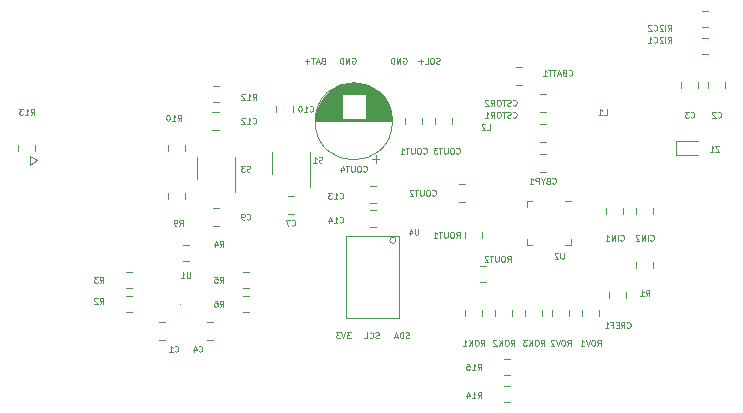
<source format=gbo>
G04 #@! TF.GenerationSoftware,KiCad,Pcbnew,(5.1.6)-1*
G04 #@! TF.CreationDate,2021-05-31T10:21:52+02:00*
G04 #@! TF.ProjectId,Power_module_v1,506f7765-725f-46d6-9f64-756c655f7631,rev?*
G04 #@! TF.SameCoordinates,Original*
G04 #@! TF.FileFunction,Legend,Bot*
G04 #@! TF.FilePolarity,Positive*
%FSLAX46Y46*%
G04 Gerber Fmt 4.6, Leading zero omitted, Abs format (unit mm)*
G04 Created by KiCad (PCBNEW (5.1.6)-1) date 2021-05-31 10:21:52*
%MOMM*%
%LPD*%
G01*
G04 APERTURE LIST*
%ADD10C,0.125000*%
%ADD11C,0.120000*%
G04 APERTURE END LIST*
D10*
X128170666Y-76148380D02*
X128099238Y-76172190D01*
X127980190Y-76172190D01*
X127932571Y-76148380D01*
X127908761Y-76124571D01*
X127884952Y-76076952D01*
X127884952Y-76029333D01*
X127908761Y-75981714D01*
X127932571Y-75957904D01*
X127980190Y-75934095D01*
X128075428Y-75910285D01*
X128123047Y-75886476D01*
X128146857Y-75862666D01*
X128170666Y-75815047D01*
X128170666Y-75767428D01*
X128146857Y-75719809D01*
X128123047Y-75696000D01*
X128075428Y-75672190D01*
X127956380Y-75672190D01*
X127884952Y-75696000D01*
X127575428Y-75672190D02*
X127480190Y-75672190D01*
X127432571Y-75696000D01*
X127384952Y-75743619D01*
X127361142Y-75838857D01*
X127361142Y-76005523D01*
X127384952Y-76100761D01*
X127432571Y-76148380D01*
X127480190Y-76172190D01*
X127575428Y-76172190D01*
X127623047Y-76148380D01*
X127670666Y-76100761D01*
X127694476Y-76005523D01*
X127694476Y-75838857D01*
X127670666Y-75743619D01*
X127623047Y-75696000D01*
X127575428Y-75672190D01*
X126908761Y-76172190D02*
X127146857Y-76172190D01*
X127146857Y-75672190D01*
X126742095Y-75981714D02*
X126361142Y-75981714D01*
X126551619Y-76172190D02*
X126551619Y-75791238D01*
X120776952Y-75696000D02*
X120824571Y-75672190D01*
X120896000Y-75672190D01*
X120967428Y-75696000D01*
X121015047Y-75743619D01*
X121038857Y-75791238D01*
X121062666Y-75886476D01*
X121062666Y-75957904D01*
X121038857Y-76053142D01*
X121015047Y-76100761D01*
X120967428Y-76148380D01*
X120896000Y-76172190D01*
X120848380Y-76172190D01*
X120776952Y-76148380D01*
X120753142Y-76124571D01*
X120753142Y-75957904D01*
X120848380Y-75957904D01*
X120538857Y-76172190D02*
X120538857Y-75672190D01*
X120253142Y-76172190D01*
X120253142Y-75672190D01*
X120015047Y-76172190D02*
X120015047Y-75672190D01*
X119896000Y-75672190D01*
X119824571Y-75696000D01*
X119776952Y-75743619D01*
X119753142Y-75791238D01*
X119729333Y-75886476D01*
X119729333Y-75957904D01*
X119753142Y-76053142D01*
X119776952Y-76100761D01*
X119824571Y-76148380D01*
X119896000Y-76172190D01*
X120015047Y-76172190D01*
X125094952Y-75696000D02*
X125142571Y-75672190D01*
X125214000Y-75672190D01*
X125285428Y-75696000D01*
X125333047Y-75743619D01*
X125356857Y-75791238D01*
X125380666Y-75886476D01*
X125380666Y-75957904D01*
X125356857Y-76053142D01*
X125333047Y-76100761D01*
X125285428Y-76148380D01*
X125214000Y-76172190D01*
X125166380Y-76172190D01*
X125094952Y-76148380D01*
X125071142Y-76124571D01*
X125071142Y-75957904D01*
X125166380Y-75957904D01*
X124856857Y-76172190D02*
X124856857Y-75672190D01*
X124571142Y-76172190D01*
X124571142Y-75672190D01*
X124333047Y-76172190D02*
X124333047Y-75672190D01*
X124214000Y-75672190D01*
X124142571Y-75696000D01*
X124094952Y-75743619D01*
X124071142Y-75791238D01*
X124047333Y-75886476D01*
X124047333Y-75957904D01*
X124071142Y-76053142D01*
X124094952Y-76100761D01*
X124142571Y-76148380D01*
X124214000Y-76172190D01*
X124333047Y-76172190D01*
X118280571Y-75910285D02*
X118209142Y-75934095D01*
X118185333Y-75957904D01*
X118161523Y-76005523D01*
X118161523Y-76076952D01*
X118185333Y-76124571D01*
X118209142Y-76148380D01*
X118256761Y-76172190D01*
X118447238Y-76172190D01*
X118447238Y-75672190D01*
X118280571Y-75672190D01*
X118232952Y-75696000D01*
X118209142Y-75719809D01*
X118185333Y-75767428D01*
X118185333Y-75815047D01*
X118209142Y-75862666D01*
X118232952Y-75886476D01*
X118280571Y-75910285D01*
X118447238Y-75910285D01*
X117971047Y-76029333D02*
X117732952Y-76029333D01*
X118018666Y-76172190D02*
X117852000Y-75672190D01*
X117685333Y-76172190D01*
X117590095Y-75672190D02*
X117304380Y-75672190D01*
X117447238Y-76172190D02*
X117447238Y-75672190D01*
X117137714Y-75981714D02*
X116756761Y-75981714D01*
X116947238Y-76172190D02*
X116947238Y-75791238D01*
D11*
X93472000Y-84074000D02*
X93472000Y-83947000D01*
X93472000Y-84709000D02*
X93472000Y-84074000D01*
X94107000Y-84328000D02*
X93472000Y-84709000D01*
X93472000Y-83947000D02*
X94107000Y-84328000D01*
D10*
X125575142Y-99389380D02*
X125503714Y-99413190D01*
X125384666Y-99413190D01*
X125337047Y-99389380D01*
X125313238Y-99365571D01*
X125289428Y-99317952D01*
X125289428Y-99270333D01*
X125313238Y-99222714D01*
X125337047Y-99198904D01*
X125384666Y-99175095D01*
X125479904Y-99151285D01*
X125527523Y-99127476D01*
X125551333Y-99103666D01*
X125575142Y-99056047D01*
X125575142Y-99008428D01*
X125551333Y-98960809D01*
X125527523Y-98937000D01*
X125479904Y-98913190D01*
X125360857Y-98913190D01*
X125289428Y-98937000D01*
X125075142Y-99413190D02*
X125075142Y-98913190D01*
X124956095Y-98913190D01*
X124884666Y-98937000D01*
X124837047Y-98984619D01*
X124813238Y-99032238D01*
X124789428Y-99127476D01*
X124789428Y-99198904D01*
X124813238Y-99294142D01*
X124837047Y-99341761D01*
X124884666Y-99389380D01*
X124956095Y-99413190D01*
X125075142Y-99413190D01*
X124598952Y-99270333D02*
X124360857Y-99270333D01*
X124646571Y-99413190D02*
X124479904Y-98913190D01*
X124313238Y-99413190D01*
X123023238Y-99389380D02*
X122951809Y-99413190D01*
X122832761Y-99413190D01*
X122785142Y-99389380D01*
X122761333Y-99365571D01*
X122737523Y-99317952D01*
X122737523Y-99270333D01*
X122761333Y-99222714D01*
X122785142Y-99198904D01*
X122832761Y-99175095D01*
X122928000Y-99151285D01*
X122975619Y-99127476D01*
X122999428Y-99103666D01*
X123023238Y-99056047D01*
X123023238Y-99008428D01*
X122999428Y-98960809D01*
X122975619Y-98937000D01*
X122928000Y-98913190D01*
X122808952Y-98913190D01*
X122737523Y-98937000D01*
X122237523Y-99365571D02*
X122261333Y-99389380D01*
X122332761Y-99413190D01*
X122380380Y-99413190D01*
X122451809Y-99389380D01*
X122499428Y-99341761D01*
X122523238Y-99294142D01*
X122547047Y-99198904D01*
X122547047Y-99127476D01*
X122523238Y-99032238D01*
X122499428Y-98984619D01*
X122451809Y-98937000D01*
X122380380Y-98913190D01*
X122332761Y-98913190D01*
X122261333Y-98937000D01*
X122237523Y-98960809D01*
X121785142Y-99413190D02*
X122023238Y-99413190D01*
X122023238Y-98913190D01*
X120634047Y-98913190D02*
X120324523Y-98913190D01*
X120491190Y-99103666D01*
X120419761Y-99103666D01*
X120372142Y-99127476D01*
X120348333Y-99151285D01*
X120324523Y-99198904D01*
X120324523Y-99317952D01*
X120348333Y-99365571D01*
X120372142Y-99389380D01*
X120419761Y-99413190D01*
X120562619Y-99413190D01*
X120610238Y-99389380D01*
X120634047Y-99365571D01*
X120181666Y-98913190D02*
X120015000Y-99413190D01*
X119848333Y-98913190D01*
X119729285Y-98913190D02*
X119419761Y-98913190D01*
X119586428Y-99103666D01*
X119515000Y-99103666D01*
X119467380Y-99127476D01*
X119443571Y-99151285D01*
X119419761Y-99198904D01*
X119419761Y-99317952D01*
X119443571Y-99365571D01*
X119467380Y-99389380D01*
X119515000Y-99413190D01*
X119657857Y-99413190D01*
X119705476Y-99389380D01*
X119729285Y-99365571D01*
D11*
X124460000Y-91126000D02*
G75*
G03*
X124460000Y-91126000I-254000J0D01*
G01*
X124714000Y-97730000D02*
X124714000Y-90745000D01*
X120269000Y-97730000D02*
X124714000Y-97730000D01*
X120269000Y-90745000D02*
X120269000Y-97730000D01*
X124714000Y-90745000D02*
X120269000Y-90745000D01*
X150062000Y-77716748D02*
X150062000Y-78239252D01*
X148642000Y-77716748D02*
X148642000Y-78239252D01*
X152348000Y-77716748D02*
X152348000Y-78239252D01*
X150928000Y-77716748D02*
X150928000Y-78239252D01*
X150883252Y-73100000D02*
X150360748Y-73100000D01*
X150883252Y-71680000D02*
X150360748Y-71680000D01*
X150883252Y-75386000D02*
X150360748Y-75386000D01*
X150883252Y-73966000D02*
X150360748Y-73966000D01*
X150052000Y-82712000D02*
X148202000Y-82712000D01*
X150052000Y-83912000D02*
X148202000Y-83912000D01*
X148202000Y-83912000D02*
X148202000Y-82712000D01*
X106427748Y-91492000D02*
X106950252Y-91492000D01*
X106427748Y-92912000D02*
X106950252Y-92912000D01*
X111507748Y-93778000D02*
X112030252Y-93778000D01*
X111507748Y-95198000D02*
X112030252Y-95198000D01*
X137167252Y-81307000D02*
X136644748Y-81307000D01*
X137167252Y-82777000D02*
X136644748Y-82777000D01*
X142521000Y-95518248D02*
X142521000Y-96040752D01*
X143991000Y-95518248D02*
X143991000Y-96040752D01*
X126719000Y-81287252D02*
X126719000Y-80764748D01*
X125249000Y-81287252D02*
X125249000Y-80764748D01*
X142267000Y-88384748D02*
X142267000Y-88907252D01*
X143737000Y-88384748D02*
X143737000Y-88907252D01*
X137167252Y-83847000D02*
X136644748Y-83847000D01*
X137167252Y-85317000D02*
X136644748Y-85317000D01*
X122284748Y-90016000D02*
X122807252Y-90016000D01*
X122284748Y-88546000D02*
X122807252Y-88546000D01*
X122293748Y-87984000D02*
X122816252Y-87984000D01*
X122293748Y-86514000D02*
X122816252Y-86514000D01*
X108937248Y-81761000D02*
X109459752Y-81761000D01*
X108937248Y-80291000D02*
X109459752Y-80291000D01*
X115797000Y-80271252D02*
X115797000Y-79748748D01*
X114327000Y-80271252D02*
X114327000Y-79748748D01*
X109481252Y-88419000D02*
X108958748Y-88419000D01*
X109481252Y-89889000D02*
X108958748Y-89889000D01*
X115831252Y-87403000D02*
X115308748Y-87403000D01*
X115831252Y-88873000D02*
X115308748Y-88873000D01*
X108973252Y-98071000D02*
X108450748Y-98071000D01*
X108973252Y-99541000D02*
X108450748Y-99541000D01*
X104386748Y-99541000D02*
X104909252Y-99541000D01*
X104386748Y-98071000D02*
X104909252Y-98071000D01*
X129786748Y-86387000D02*
X130309252Y-86387000D01*
X129786748Y-87857000D02*
X130309252Y-87857000D01*
X146277000Y-88384748D02*
X146277000Y-88907252D01*
X144807000Y-88384748D02*
X144807000Y-88907252D01*
X137167252Y-78767000D02*
X136644748Y-78767000D01*
X137167252Y-80237000D02*
X136644748Y-80237000D01*
X134612748Y-77951000D02*
X135135252Y-77951000D01*
X134612748Y-76481000D02*
X135135252Y-76481000D01*
X129259000Y-81287252D02*
X129259000Y-80764748D01*
X127789000Y-81287252D02*
X127789000Y-80764748D01*
X106263223Y-96563080D02*
G75*
G03*
X106263223Y-96563080I-52363J0D01*
G01*
X146252000Y-92956748D02*
X146252000Y-93479252D01*
X144832000Y-92956748D02*
X144832000Y-93479252D01*
X102106252Y-95810000D02*
X101583748Y-95810000D01*
X102106252Y-97230000D02*
X101583748Y-97230000D01*
X102115252Y-95198000D02*
X101592748Y-95198000D01*
X102115252Y-93778000D02*
X101592748Y-93778000D01*
X111507748Y-95810000D02*
X112030252Y-95810000D01*
X111507748Y-97230000D02*
X112030252Y-97230000D01*
X106628000Y-87628252D02*
X106628000Y-87105748D01*
X105208000Y-87628252D02*
X105208000Y-87105748D01*
X105208000Y-83573252D02*
X105208000Y-83050748D01*
X106628000Y-83573252D02*
X106628000Y-83050748D01*
X92508000Y-83059748D02*
X92508000Y-83582252D01*
X93928000Y-83059748D02*
X93928000Y-83582252D01*
X134110252Y-103430000D02*
X133587748Y-103430000D01*
X134110252Y-104850000D02*
X133587748Y-104850000D01*
X134110252Y-102564000D02*
X133587748Y-102564000D01*
X134110252Y-101144000D02*
X133587748Y-101144000D01*
X136854000Y-97543252D02*
X136854000Y-97020748D01*
X135434000Y-97543252D02*
X135434000Y-97020748D01*
X132894000Y-97543252D02*
X132894000Y-97020748D01*
X134314000Y-97543252D02*
X134314000Y-97020748D01*
X130354000Y-97020748D02*
X130354000Y-97543252D01*
X131774000Y-97020748D02*
X131774000Y-97543252D01*
X132087252Y-94690000D02*
X131564748Y-94690000D01*
X132087252Y-93270000D02*
X131564748Y-93270000D01*
X131774000Y-90939252D02*
X131774000Y-90416748D01*
X130354000Y-90939252D02*
X130354000Y-90416748D01*
X139140000Y-97543252D02*
X139140000Y-97020748D01*
X137720000Y-97543252D02*
X137720000Y-97020748D01*
X141680000Y-97020748D02*
X141680000Y-97543252D01*
X140260000Y-97020748D02*
X140260000Y-97543252D01*
X107610000Y-85910000D02*
X107610000Y-84110000D01*
X110830000Y-84110000D02*
X110830000Y-87060000D01*
X136029000Y-87802000D02*
X135554000Y-87802000D01*
X135554000Y-87802000D02*
X135554000Y-88277000D01*
X138799000Y-91522000D02*
X139274000Y-91522000D01*
X139274000Y-91522000D02*
X139274000Y-91047000D01*
X136029000Y-91522000D02*
X135554000Y-91522000D01*
X135554000Y-91522000D02*
X135554000Y-91047000D01*
X138799000Y-87802000D02*
X139274000Y-87802000D01*
X123058000Y-84231241D02*
X122428000Y-84231241D01*
X122743000Y-84546241D02*
X122743000Y-83916241D01*
X121306000Y-77805000D02*
X120502000Y-77805000D01*
X121537000Y-77845000D02*
X120271000Y-77845000D01*
X121706000Y-77885000D02*
X120102000Y-77885000D01*
X121844000Y-77925000D02*
X119964000Y-77925000D01*
X121963000Y-77965000D02*
X119845000Y-77965000D01*
X122069000Y-78005000D02*
X119739000Y-78005000D01*
X122166000Y-78045000D02*
X119642000Y-78045000D01*
X122254000Y-78085000D02*
X119554000Y-78085000D01*
X122336000Y-78125000D02*
X119472000Y-78125000D01*
X122413000Y-78165000D02*
X119395000Y-78165000D01*
X122485000Y-78205000D02*
X119323000Y-78205000D01*
X122554000Y-78245000D02*
X119254000Y-78245000D01*
X122618000Y-78285000D02*
X119190000Y-78285000D01*
X122680000Y-78325000D02*
X119128000Y-78325000D01*
X122738000Y-78365000D02*
X119070000Y-78365000D01*
X122794000Y-78405000D02*
X119014000Y-78405000D01*
X122848000Y-78445000D02*
X118960000Y-78445000D01*
X122899000Y-78485000D02*
X118909000Y-78485000D01*
X122948000Y-78525000D02*
X118860000Y-78525000D01*
X122996000Y-78565000D02*
X118812000Y-78565000D01*
X123041000Y-78605000D02*
X118767000Y-78605000D01*
X123086000Y-78645000D02*
X118722000Y-78645000D01*
X123128000Y-78685000D02*
X118680000Y-78685000D01*
X123169000Y-78725000D02*
X118639000Y-78725000D01*
X119864000Y-78765000D02*
X118599000Y-78765000D01*
X123209000Y-78765000D02*
X121944000Y-78765000D01*
X119864000Y-78805000D02*
X118561000Y-78805000D01*
X123247000Y-78805000D02*
X121944000Y-78805000D01*
X119864000Y-78845000D02*
X118524000Y-78845000D01*
X123284000Y-78845000D02*
X121944000Y-78845000D01*
X119864000Y-78885000D02*
X118488000Y-78885000D01*
X123320000Y-78885000D02*
X121944000Y-78885000D01*
X119864000Y-78925000D02*
X118454000Y-78925000D01*
X123354000Y-78925000D02*
X121944000Y-78925000D01*
X119864000Y-78965000D02*
X118420000Y-78965000D01*
X123388000Y-78965000D02*
X121944000Y-78965000D01*
X119864000Y-79005000D02*
X118388000Y-79005000D01*
X123420000Y-79005000D02*
X121944000Y-79005000D01*
X119864000Y-79045000D02*
X118356000Y-79045000D01*
X123452000Y-79045000D02*
X121944000Y-79045000D01*
X119864000Y-79085000D02*
X118326000Y-79085000D01*
X123482000Y-79085000D02*
X121944000Y-79085000D01*
X119864000Y-79125000D02*
X118297000Y-79125000D01*
X123511000Y-79125000D02*
X121944000Y-79125000D01*
X119864000Y-79165000D02*
X118268000Y-79165000D01*
X123540000Y-79165000D02*
X121944000Y-79165000D01*
X119864000Y-79205000D02*
X118240000Y-79205000D01*
X123568000Y-79205000D02*
X121944000Y-79205000D01*
X119864000Y-79245000D02*
X118214000Y-79245000D01*
X123594000Y-79245000D02*
X121944000Y-79245000D01*
X119864000Y-79285000D02*
X118188000Y-79285000D01*
X123620000Y-79285000D02*
X121944000Y-79285000D01*
X119864000Y-79325000D02*
X118162000Y-79325000D01*
X123646000Y-79325000D02*
X121944000Y-79325000D01*
X119864000Y-79365000D02*
X118138000Y-79365000D01*
X123670000Y-79365000D02*
X121944000Y-79365000D01*
X119864000Y-79405000D02*
X118114000Y-79405000D01*
X123694000Y-79405000D02*
X121944000Y-79405000D01*
X119864000Y-79445000D02*
X118092000Y-79445000D01*
X123716000Y-79445000D02*
X121944000Y-79445000D01*
X119864000Y-79485000D02*
X118070000Y-79485000D01*
X123738000Y-79485000D02*
X121944000Y-79485000D01*
X119864000Y-79525000D02*
X118048000Y-79525000D01*
X123760000Y-79525000D02*
X121944000Y-79525000D01*
X119864000Y-79565000D02*
X118028000Y-79565000D01*
X123780000Y-79565000D02*
X121944000Y-79565000D01*
X119864000Y-79605000D02*
X118008000Y-79605000D01*
X123800000Y-79605000D02*
X121944000Y-79605000D01*
X119864000Y-79645000D02*
X117988000Y-79645000D01*
X123820000Y-79645000D02*
X121944000Y-79645000D01*
X119864000Y-79685000D02*
X117970000Y-79685000D01*
X123838000Y-79685000D02*
X121944000Y-79685000D01*
X119864000Y-79725000D02*
X117952000Y-79725000D01*
X123856000Y-79725000D02*
X121944000Y-79725000D01*
X119864000Y-79765000D02*
X117934000Y-79765000D01*
X123874000Y-79765000D02*
X121944000Y-79765000D01*
X119864000Y-79805000D02*
X117918000Y-79805000D01*
X123890000Y-79805000D02*
X121944000Y-79805000D01*
X119864000Y-79845000D02*
X117902000Y-79845000D01*
X123906000Y-79845000D02*
X121944000Y-79845000D01*
X119864000Y-79885000D02*
X117886000Y-79885000D01*
X123922000Y-79885000D02*
X121944000Y-79885000D01*
X119864000Y-79925000D02*
X117871000Y-79925000D01*
X123937000Y-79925000D02*
X121944000Y-79925000D01*
X119864000Y-79965000D02*
X117857000Y-79965000D01*
X123951000Y-79965000D02*
X121944000Y-79965000D01*
X119864000Y-80005000D02*
X117843000Y-80005000D01*
X123965000Y-80005000D02*
X121944000Y-80005000D01*
X119864000Y-80045000D02*
X117830000Y-80045000D01*
X123978000Y-80045000D02*
X121944000Y-80045000D01*
X119864000Y-80085000D02*
X117818000Y-80085000D01*
X123990000Y-80085000D02*
X121944000Y-80085000D01*
X119864000Y-80125000D02*
X117806000Y-80125000D01*
X124002000Y-80125000D02*
X121944000Y-80125000D01*
X119864000Y-80165000D02*
X117794000Y-80165000D01*
X124014000Y-80165000D02*
X121944000Y-80165000D01*
X119864000Y-80205000D02*
X117783000Y-80205000D01*
X124025000Y-80205000D02*
X121944000Y-80205000D01*
X119864000Y-80245000D02*
X117773000Y-80245000D01*
X124035000Y-80245000D02*
X121944000Y-80245000D01*
X119864000Y-80285000D02*
X117763000Y-80285000D01*
X124045000Y-80285000D02*
X121944000Y-80285000D01*
X119864000Y-80325000D02*
X117754000Y-80325000D01*
X124054000Y-80325000D02*
X121944000Y-80325000D01*
X119864000Y-80366000D02*
X117745000Y-80366000D01*
X124063000Y-80366000D02*
X121944000Y-80366000D01*
X119864000Y-80406000D02*
X117737000Y-80406000D01*
X124071000Y-80406000D02*
X121944000Y-80406000D01*
X119864000Y-80446000D02*
X117729000Y-80446000D01*
X124079000Y-80446000D02*
X121944000Y-80446000D01*
X119864000Y-80486000D02*
X117722000Y-80486000D01*
X124086000Y-80486000D02*
X121944000Y-80486000D01*
X119864000Y-80526000D02*
X117715000Y-80526000D01*
X124093000Y-80526000D02*
X121944000Y-80526000D01*
X119864000Y-80566000D02*
X117709000Y-80566000D01*
X124099000Y-80566000D02*
X121944000Y-80566000D01*
X119864000Y-80606000D02*
X117703000Y-80606000D01*
X124105000Y-80606000D02*
X121944000Y-80606000D01*
X119864000Y-80646000D02*
X117698000Y-80646000D01*
X124110000Y-80646000D02*
X121944000Y-80646000D01*
X119864000Y-80686000D02*
X117693000Y-80686000D01*
X124115000Y-80686000D02*
X121944000Y-80686000D01*
X119864000Y-80726000D02*
X117689000Y-80726000D01*
X124119000Y-80726000D02*
X121944000Y-80726000D01*
X119864000Y-80766000D02*
X117686000Y-80766000D01*
X124122000Y-80766000D02*
X121944000Y-80766000D01*
X119864000Y-80806000D02*
X117682000Y-80806000D01*
X124126000Y-80806000D02*
X121944000Y-80806000D01*
X124128000Y-80846000D02*
X117680000Y-80846000D01*
X124131000Y-80886000D02*
X117677000Y-80886000D01*
X124132000Y-80926000D02*
X117676000Y-80926000D01*
X124134000Y-80966000D02*
X117674000Y-80966000D01*
X124134000Y-81006000D02*
X117674000Y-81006000D01*
X124134000Y-81046000D02*
X117674000Y-81046000D01*
X124174000Y-81046000D02*
G75*
G03*
X124174000Y-81046000I-3270000J0D01*
G01*
X109472252Y-79450000D02*
X108949748Y-79450000D01*
X109472252Y-78030000D02*
X108949748Y-78030000D01*
X117180000Y-83682000D02*
X117180000Y-86632000D01*
X113960000Y-85482000D02*
X113960000Y-83682000D01*
D10*
X126364952Y-90150190D02*
X126364952Y-90554952D01*
X126341142Y-90602571D01*
X126317333Y-90626380D01*
X126269714Y-90650190D01*
X126174476Y-90650190D01*
X126126857Y-90626380D01*
X126103047Y-90602571D01*
X126079238Y-90554952D01*
X126079238Y-90150190D01*
X125626857Y-90316857D02*
X125626857Y-90650190D01*
X125745904Y-90126380D02*
X125864952Y-90483523D01*
X125555428Y-90483523D01*
X149435333Y-80696571D02*
X149459142Y-80720380D01*
X149530571Y-80744190D01*
X149578190Y-80744190D01*
X149649619Y-80720380D01*
X149697238Y-80672761D01*
X149721047Y-80625142D01*
X149744857Y-80529904D01*
X149744857Y-80458476D01*
X149721047Y-80363238D01*
X149697238Y-80315619D01*
X149649619Y-80268000D01*
X149578190Y-80244190D01*
X149530571Y-80244190D01*
X149459142Y-80268000D01*
X149435333Y-80291809D01*
X149268666Y-80244190D02*
X148959142Y-80244190D01*
X149125809Y-80434666D01*
X149054380Y-80434666D01*
X149006761Y-80458476D01*
X148982952Y-80482285D01*
X148959142Y-80529904D01*
X148959142Y-80648952D01*
X148982952Y-80696571D01*
X149006761Y-80720380D01*
X149054380Y-80744190D01*
X149197238Y-80744190D01*
X149244857Y-80720380D01*
X149268666Y-80696571D01*
X151721333Y-80696571D02*
X151745142Y-80720380D01*
X151816571Y-80744190D01*
X151864190Y-80744190D01*
X151935619Y-80720380D01*
X151983238Y-80672761D01*
X152007047Y-80625142D01*
X152030857Y-80529904D01*
X152030857Y-80458476D01*
X152007047Y-80363238D01*
X151983238Y-80315619D01*
X151935619Y-80268000D01*
X151864190Y-80244190D01*
X151816571Y-80244190D01*
X151745142Y-80268000D01*
X151721333Y-80291809D01*
X151530857Y-80291809D02*
X151507047Y-80268000D01*
X151459428Y-80244190D01*
X151340380Y-80244190D01*
X151292761Y-80268000D01*
X151268952Y-80291809D01*
X151245142Y-80339428D01*
X151245142Y-80387047D01*
X151268952Y-80458476D01*
X151554666Y-80744190D01*
X151245142Y-80744190D01*
X147502476Y-73378190D02*
X147669142Y-73140095D01*
X147788190Y-73378190D02*
X147788190Y-72878190D01*
X147597714Y-72878190D01*
X147550095Y-72902000D01*
X147526285Y-72925809D01*
X147502476Y-72973428D01*
X147502476Y-73044857D01*
X147526285Y-73092476D01*
X147550095Y-73116285D01*
X147597714Y-73140095D01*
X147788190Y-73140095D01*
X147288190Y-73378190D02*
X147288190Y-72878190D01*
X147073904Y-72925809D02*
X147050095Y-72902000D01*
X147002476Y-72878190D01*
X146883428Y-72878190D01*
X146835809Y-72902000D01*
X146812000Y-72925809D01*
X146788190Y-72973428D01*
X146788190Y-73021047D01*
X146812000Y-73092476D01*
X147097714Y-73378190D01*
X146788190Y-73378190D01*
X146288190Y-73330571D02*
X146312000Y-73354380D01*
X146383428Y-73378190D01*
X146431047Y-73378190D01*
X146502476Y-73354380D01*
X146550095Y-73306761D01*
X146573904Y-73259142D01*
X146597714Y-73163904D01*
X146597714Y-73092476D01*
X146573904Y-72997238D01*
X146550095Y-72949619D01*
X146502476Y-72902000D01*
X146431047Y-72878190D01*
X146383428Y-72878190D01*
X146312000Y-72902000D01*
X146288190Y-72925809D01*
X146097714Y-72925809D02*
X146073904Y-72902000D01*
X146026285Y-72878190D01*
X145907238Y-72878190D01*
X145859619Y-72902000D01*
X145835809Y-72925809D01*
X145812000Y-72973428D01*
X145812000Y-73021047D01*
X145835809Y-73092476D01*
X146121523Y-73378190D01*
X145812000Y-73378190D01*
X147502476Y-74394190D02*
X147669142Y-74156095D01*
X147788190Y-74394190D02*
X147788190Y-73894190D01*
X147597714Y-73894190D01*
X147550095Y-73918000D01*
X147526285Y-73941809D01*
X147502476Y-73989428D01*
X147502476Y-74060857D01*
X147526285Y-74108476D01*
X147550095Y-74132285D01*
X147597714Y-74156095D01*
X147788190Y-74156095D01*
X147288190Y-74394190D02*
X147288190Y-73894190D01*
X147073904Y-73941809D02*
X147050095Y-73918000D01*
X147002476Y-73894190D01*
X146883428Y-73894190D01*
X146835809Y-73918000D01*
X146812000Y-73941809D01*
X146788190Y-73989428D01*
X146788190Y-74037047D01*
X146812000Y-74108476D01*
X147097714Y-74394190D01*
X146788190Y-74394190D01*
X146288190Y-74346571D02*
X146312000Y-74370380D01*
X146383428Y-74394190D01*
X146431047Y-74394190D01*
X146502476Y-74370380D01*
X146550095Y-74322761D01*
X146573904Y-74275142D01*
X146597714Y-74179904D01*
X146597714Y-74108476D01*
X146573904Y-74013238D01*
X146550095Y-73965619D01*
X146502476Y-73918000D01*
X146431047Y-73894190D01*
X146383428Y-73894190D01*
X146312000Y-73918000D01*
X146288190Y-73941809D01*
X145812000Y-74394190D02*
X146097714Y-74394190D01*
X145954857Y-74394190D02*
X145954857Y-73894190D01*
X146002476Y-73965619D01*
X146050095Y-74013238D01*
X146097714Y-74037047D01*
X151856761Y-83138190D02*
X151523428Y-83138190D01*
X151856761Y-83638190D01*
X151523428Y-83638190D01*
X151071047Y-83638190D02*
X151356761Y-83638190D01*
X151213904Y-83638190D02*
X151213904Y-83138190D01*
X151261523Y-83209619D01*
X151309142Y-83257238D01*
X151356761Y-83281047D01*
X109557333Y-91666190D02*
X109724000Y-91428095D01*
X109843047Y-91666190D02*
X109843047Y-91166190D01*
X109652571Y-91166190D01*
X109604952Y-91190000D01*
X109581142Y-91213809D01*
X109557333Y-91261428D01*
X109557333Y-91332857D01*
X109581142Y-91380476D01*
X109604952Y-91404285D01*
X109652571Y-91428095D01*
X109843047Y-91428095D01*
X109128761Y-91332857D02*
X109128761Y-91666190D01*
X109247809Y-91142380D02*
X109366857Y-91499523D01*
X109057333Y-91499523D01*
X109557333Y-94714190D02*
X109724000Y-94476095D01*
X109843047Y-94714190D02*
X109843047Y-94214190D01*
X109652571Y-94214190D01*
X109604952Y-94238000D01*
X109581142Y-94261809D01*
X109557333Y-94309428D01*
X109557333Y-94380857D01*
X109581142Y-94428476D01*
X109604952Y-94452285D01*
X109652571Y-94476095D01*
X109843047Y-94476095D01*
X109104952Y-94214190D02*
X109343047Y-94214190D01*
X109366857Y-94452285D01*
X109343047Y-94428476D01*
X109295428Y-94404666D01*
X109176380Y-94404666D01*
X109128761Y-94428476D01*
X109104952Y-94452285D01*
X109081142Y-94499904D01*
X109081142Y-94618952D01*
X109104952Y-94666571D01*
X109128761Y-94690380D01*
X109176380Y-94714190D01*
X109295428Y-94714190D01*
X109343047Y-94690380D01*
X109366857Y-94666571D01*
X134373809Y-80696571D02*
X134397619Y-80720380D01*
X134469047Y-80744190D01*
X134516666Y-80744190D01*
X134588095Y-80720380D01*
X134635714Y-80672761D01*
X134659523Y-80625142D01*
X134683333Y-80529904D01*
X134683333Y-80458476D01*
X134659523Y-80363238D01*
X134635714Y-80315619D01*
X134588095Y-80268000D01*
X134516666Y-80244190D01*
X134469047Y-80244190D01*
X134397619Y-80268000D01*
X134373809Y-80291809D01*
X134183333Y-80720380D02*
X134111904Y-80744190D01*
X133992857Y-80744190D01*
X133945238Y-80720380D01*
X133921428Y-80696571D01*
X133897619Y-80648952D01*
X133897619Y-80601333D01*
X133921428Y-80553714D01*
X133945238Y-80529904D01*
X133992857Y-80506095D01*
X134088095Y-80482285D01*
X134135714Y-80458476D01*
X134159523Y-80434666D01*
X134183333Y-80387047D01*
X134183333Y-80339428D01*
X134159523Y-80291809D01*
X134135714Y-80268000D01*
X134088095Y-80244190D01*
X133969047Y-80244190D01*
X133897619Y-80268000D01*
X133754761Y-80244190D02*
X133469047Y-80244190D01*
X133611904Y-80744190D02*
X133611904Y-80244190D01*
X133207142Y-80244190D02*
X133111904Y-80244190D01*
X133064285Y-80268000D01*
X133016666Y-80315619D01*
X132992857Y-80410857D01*
X132992857Y-80577523D01*
X133016666Y-80672761D01*
X133064285Y-80720380D01*
X133111904Y-80744190D01*
X133207142Y-80744190D01*
X133254761Y-80720380D01*
X133302380Y-80672761D01*
X133326190Y-80577523D01*
X133326190Y-80410857D01*
X133302380Y-80315619D01*
X133254761Y-80268000D01*
X133207142Y-80244190D01*
X132492857Y-80744190D02*
X132659523Y-80506095D01*
X132778571Y-80744190D02*
X132778571Y-80244190D01*
X132588095Y-80244190D01*
X132540476Y-80268000D01*
X132516666Y-80291809D01*
X132492857Y-80339428D01*
X132492857Y-80410857D01*
X132516666Y-80458476D01*
X132540476Y-80482285D01*
X132588095Y-80506095D01*
X132778571Y-80506095D01*
X132016666Y-80744190D02*
X132302380Y-80744190D01*
X132159523Y-80744190D02*
X132159523Y-80244190D01*
X132207142Y-80315619D01*
X132254761Y-80363238D01*
X132302380Y-80387047D01*
X144029809Y-98498071D02*
X144053619Y-98521880D01*
X144125047Y-98545690D01*
X144172666Y-98545690D01*
X144244095Y-98521880D01*
X144291714Y-98474261D01*
X144315523Y-98426642D01*
X144339333Y-98331404D01*
X144339333Y-98259976D01*
X144315523Y-98164738D01*
X144291714Y-98117119D01*
X144244095Y-98069500D01*
X144172666Y-98045690D01*
X144125047Y-98045690D01*
X144053619Y-98069500D01*
X144029809Y-98093309D01*
X143529809Y-98545690D02*
X143696476Y-98307595D01*
X143815523Y-98545690D02*
X143815523Y-98045690D01*
X143625047Y-98045690D01*
X143577428Y-98069500D01*
X143553619Y-98093309D01*
X143529809Y-98140928D01*
X143529809Y-98212357D01*
X143553619Y-98259976D01*
X143577428Y-98283785D01*
X143625047Y-98307595D01*
X143815523Y-98307595D01*
X143315523Y-98283785D02*
X143148857Y-98283785D01*
X143077428Y-98545690D02*
X143315523Y-98545690D01*
X143315523Y-98045690D01*
X143077428Y-98045690D01*
X142696476Y-98283785D02*
X142863142Y-98283785D01*
X142863142Y-98545690D02*
X142863142Y-98045690D01*
X142625047Y-98045690D01*
X142172666Y-98545690D02*
X142458380Y-98545690D01*
X142315523Y-98545690D02*
X142315523Y-98045690D01*
X142363142Y-98117119D01*
X142410761Y-98164738D01*
X142458380Y-98188547D01*
X126781619Y-83744571D02*
X126805428Y-83768380D01*
X126876857Y-83792190D01*
X126924476Y-83792190D01*
X126995904Y-83768380D01*
X127043523Y-83720761D01*
X127067333Y-83673142D01*
X127091142Y-83577904D01*
X127091142Y-83506476D01*
X127067333Y-83411238D01*
X127043523Y-83363619D01*
X126995904Y-83316000D01*
X126924476Y-83292190D01*
X126876857Y-83292190D01*
X126805428Y-83316000D01*
X126781619Y-83339809D01*
X126472095Y-83292190D02*
X126376857Y-83292190D01*
X126329238Y-83316000D01*
X126281619Y-83363619D01*
X126257809Y-83458857D01*
X126257809Y-83625523D01*
X126281619Y-83720761D01*
X126329238Y-83768380D01*
X126376857Y-83792190D01*
X126472095Y-83792190D01*
X126519714Y-83768380D01*
X126567333Y-83720761D01*
X126591142Y-83625523D01*
X126591142Y-83458857D01*
X126567333Y-83363619D01*
X126519714Y-83316000D01*
X126472095Y-83292190D01*
X126043523Y-83292190D02*
X126043523Y-83696952D01*
X126019714Y-83744571D01*
X125995904Y-83768380D01*
X125948285Y-83792190D01*
X125853047Y-83792190D01*
X125805428Y-83768380D01*
X125781619Y-83744571D01*
X125757809Y-83696952D01*
X125757809Y-83292190D01*
X125591142Y-83292190D02*
X125305428Y-83292190D01*
X125448285Y-83792190D02*
X125448285Y-83292190D01*
X124876857Y-83792190D02*
X125162571Y-83792190D01*
X125019714Y-83792190D02*
X125019714Y-83292190D01*
X125067333Y-83363619D01*
X125114952Y-83411238D01*
X125162571Y-83435047D01*
X143466285Y-91110571D02*
X143490095Y-91134380D01*
X143561523Y-91158190D01*
X143609142Y-91158190D01*
X143680571Y-91134380D01*
X143728190Y-91086761D01*
X143752000Y-91039142D01*
X143775809Y-90943904D01*
X143775809Y-90872476D01*
X143752000Y-90777238D01*
X143728190Y-90729619D01*
X143680571Y-90682000D01*
X143609142Y-90658190D01*
X143561523Y-90658190D01*
X143490095Y-90682000D01*
X143466285Y-90705809D01*
X143252000Y-91158190D02*
X143252000Y-90658190D01*
X143013904Y-91158190D02*
X143013904Y-90658190D01*
X142728190Y-91158190D01*
X142728190Y-90658190D01*
X142228190Y-91158190D02*
X142513904Y-91158190D01*
X142371047Y-91158190D02*
X142371047Y-90658190D01*
X142418666Y-90729619D01*
X142466285Y-90777238D01*
X142513904Y-90801047D01*
X137703619Y-86284571D02*
X137727428Y-86308380D01*
X137798857Y-86332190D01*
X137846476Y-86332190D01*
X137917904Y-86308380D01*
X137965523Y-86260761D01*
X137989333Y-86213142D01*
X138013142Y-86117904D01*
X138013142Y-86046476D01*
X137989333Y-85951238D01*
X137965523Y-85903619D01*
X137917904Y-85856000D01*
X137846476Y-85832190D01*
X137798857Y-85832190D01*
X137727428Y-85856000D01*
X137703619Y-85879809D01*
X137322666Y-86070285D02*
X137251238Y-86094095D01*
X137227428Y-86117904D01*
X137203619Y-86165523D01*
X137203619Y-86236952D01*
X137227428Y-86284571D01*
X137251238Y-86308380D01*
X137298857Y-86332190D01*
X137489333Y-86332190D01*
X137489333Y-85832190D01*
X137322666Y-85832190D01*
X137275047Y-85856000D01*
X137251238Y-85879809D01*
X137227428Y-85927428D01*
X137227428Y-85975047D01*
X137251238Y-86022666D01*
X137275047Y-86046476D01*
X137322666Y-86070285D01*
X137489333Y-86070285D01*
X136894095Y-86094095D02*
X136894095Y-86332190D01*
X137060761Y-85832190D02*
X136894095Y-86094095D01*
X136727428Y-85832190D01*
X136560761Y-86332190D02*
X136560761Y-85832190D01*
X136370285Y-85832190D01*
X136322666Y-85856000D01*
X136298857Y-85879809D01*
X136275047Y-85927428D01*
X136275047Y-85998857D01*
X136298857Y-86046476D01*
X136322666Y-86070285D01*
X136370285Y-86094095D01*
X136560761Y-86094095D01*
X135798857Y-86332190D02*
X136084571Y-86332190D01*
X135941714Y-86332190D02*
X135941714Y-85832190D01*
X135989333Y-85903619D01*
X136036952Y-85951238D01*
X136084571Y-85975047D01*
X119701428Y-89586571D02*
X119725238Y-89610380D01*
X119796666Y-89634190D01*
X119844285Y-89634190D01*
X119915714Y-89610380D01*
X119963333Y-89562761D01*
X119987142Y-89515142D01*
X120010952Y-89419904D01*
X120010952Y-89348476D01*
X119987142Y-89253238D01*
X119963333Y-89205619D01*
X119915714Y-89158000D01*
X119844285Y-89134190D01*
X119796666Y-89134190D01*
X119725238Y-89158000D01*
X119701428Y-89181809D01*
X119225238Y-89634190D02*
X119510952Y-89634190D01*
X119368095Y-89634190D02*
X119368095Y-89134190D01*
X119415714Y-89205619D01*
X119463333Y-89253238D01*
X119510952Y-89277047D01*
X118796666Y-89300857D02*
X118796666Y-89634190D01*
X118915714Y-89110380D02*
X119034761Y-89467523D01*
X118725238Y-89467523D01*
X119701428Y-87554571D02*
X119725238Y-87578380D01*
X119796666Y-87602190D01*
X119844285Y-87602190D01*
X119915714Y-87578380D01*
X119963333Y-87530761D01*
X119987142Y-87483142D01*
X120010952Y-87387904D01*
X120010952Y-87316476D01*
X119987142Y-87221238D01*
X119963333Y-87173619D01*
X119915714Y-87126000D01*
X119844285Y-87102190D01*
X119796666Y-87102190D01*
X119725238Y-87126000D01*
X119701428Y-87149809D01*
X119225238Y-87602190D02*
X119510952Y-87602190D01*
X119368095Y-87602190D02*
X119368095Y-87102190D01*
X119415714Y-87173619D01*
X119463333Y-87221238D01*
X119510952Y-87245047D01*
X119058571Y-87102190D02*
X118749047Y-87102190D01*
X118915714Y-87292666D01*
X118844285Y-87292666D01*
X118796666Y-87316476D01*
X118772857Y-87340285D01*
X118749047Y-87387904D01*
X118749047Y-87506952D01*
X118772857Y-87554571D01*
X118796666Y-87578380D01*
X118844285Y-87602190D01*
X118987142Y-87602190D01*
X119034761Y-87578380D01*
X119058571Y-87554571D01*
X112335428Y-81204571D02*
X112359238Y-81228380D01*
X112430666Y-81252190D01*
X112478285Y-81252190D01*
X112549714Y-81228380D01*
X112597333Y-81180761D01*
X112621142Y-81133142D01*
X112644952Y-81037904D01*
X112644952Y-80966476D01*
X112621142Y-80871238D01*
X112597333Y-80823619D01*
X112549714Y-80776000D01*
X112478285Y-80752190D01*
X112430666Y-80752190D01*
X112359238Y-80776000D01*
X112335428Y-80799809D01*
X111859238Y-81252190D02*
X112144952Y-81252190D01*
X112002095Y-81252190D02*
X112002095Y-80752190D01*
X112049714Y-80823619D01*
X112097333Y-80871238D01*
X112144952Y-80895047D01*
X111668761Y-80799809D02*
X111644952Y-80776000D01*
X111597333Y-80752190D01*
X111478285Y-80752190D01*
X111430666Y-80776000D01*
X111406857Y-80799809D01*
X111383047Y-80847428D01*
X111383047Y-80895047D01*
X111406857Y-80966476D01*
X111692571Y-81252190D01*
X111383047Y-81252190D01*
X117161428Y-80188571D02*
X117185238Y-80212380D01*
X117256666Y-80236190D01*
X117304285Y-80236190D01*
X117375714Y-80212380D01*
X117423333Y-80164761D01*
X117447142Y-80117142D01*
X117470952Y-80021904D01*
X117470952Y-79950476D01*
X117447142Y-79855238D01*
X117423333Y-79807619D01*
X117375714Y-79760000D01*
X117304285Y-79736190D01*
X117256666Y-79736190D01*
X117185238Y-79760000D01*
X117161428Y-79783809D01*
X116685238Y-80236190D02*
X116970952Y-80236190D01*
X116828095Y-80236190D02*
X116828095Y-79736190D01*
X116875714Y-79807619D01*
X116923333Y-79855238D01*
X116970952Y-79879047D01*
X116375714Y-79736190D02*
X116328095Y-79736190D01*
X116280476Y-79760000D01*
X116256666Y-79783809D01*
X116232857Y-79831428D01*
X116209047Y-79926666D01*
X116209047Y-80045714D01*
X116232857Y-80140952D01*
X116256666Y-80188571D01*
X116280476Y-80212380D01*
X116328095Y-80236190D01*
X116375714Y-80236190D01*
X116423333Y-80212380D01*
X116447142Y-80188571D01*
X116470952Y-80140952D01*
X116494761Y-80045714D01*
X116494761Y-79926666D01*
X116470952Y-79831428D01*
X116447142Y-79783809D01*
X116423333Y-79760000D01*
X116375714Y-79736190D01*
X111843333Y-89332571D02*
X111867142Y-89356380D01*
X111938571Y-89380190D01*
X111986190Y-89380190D01*
X112057619Y-89356380D01*
X112105238Y-89308761D01*
X112129047Y-89261142D01*
X112152857Y-89165904D01*
X112152857Y-89094476D01*
X112129047Y-88999238D01*
X112105238Y-88951619D01*
X112057619Y-88904000D01*
X111986190Y-88880190D01*
X111938571Y-88880190D01*
X111867142Y-88904000D01*
X111843333Y-88927809D01*
X111605238Y-89380190D02*
X111510000Y-89380190D01*
X111462380Y-89356380D01*
X111438571Y-89332571D01*
X111390952Y-89261142D01*
X111367142Y-89165904D01*
X111367142Y-88975428D01*
X111390952Y-88927809D01*
X111414761Y-88904000D01*
X111462380Y-88880190D01*
X111557619Y-88880190D01*
X111605238Y-88904000D01*
X111629047Y-88927809D01*
X111652857Y-88975428D01*
X111652857Y-89094476D01*
X111629047Y-89142095D01*
X111605238Y-89165904D01*
X111557619Y-89189714D01*
X111462380Y-89189714D01*
X111414761Y-89165904D01*
X111390952Y-89142095D01*
X111367142Y-89094476D01*
X115653333Y-89840571D02*
X115677142Y-89864380D01*
X115748571Y-89888190D01*
X115796190Y-89888190D01*
X115867619Y-89864380D01*
X115915238Y-89816761D01*
X115939047Y-89769142D01*
X115962857Y-89673904D01*
X115962857Y-89602476D01*
X115939047Y-89507238D01*
X115915238Y-89459619D01*
X115867619Y-89412000D01*
X115796190Y-89388190D01*
X115748571Y-89388190D01*
X115677142Y-89412000D01*
X115653333Y-89435809D01*
X115486666Y-89388190D02*
X115153333Y-89388190D01*
X115367619Y-89888190D01*
X107779333Y-100508571D02*
X107803142Y-100532380D01*
X107874571Y-100556190D01*
X107922190Y-100556190D01*
X107993619Y-100532380D01*
X108041238Y-100484761D01*
X108065047Y-100437142D01*
X108088857Y-100341904D01*
X108088857Y-100270476D01*
X108065047Y-100175238D01*
X108041238Y-100127619D01*
X107993619Y-100080000D01*
X107922190Y-100056190D01*
X107874571Y-100056190D01*
X107803142Y-100080000D01*
X107779333Y-100103809D01*
X107350761Y-100222857D02*
X107350761Y-100556190D01*
X107469809Y-100032380D02*
X107588857Y-100389523D01*
X107279333Y-100389523D01*
X105747333Y-100508571D02*
X105771142Y-100532380D01*
X105842571Y-100556190D01*
X105890190Y-100556190D01*
X105961619Y-100532380D01*
X106009238Y-100484761D01*
X106033047Y-100437142D01*
X106056857Y-100341904D01*
X106056857Y-100270476D01*
X106033047Y-100175238D01*
X106009238Y-100127619D01*
X105961619Y-100080000D01*
X105890190Y-100056190D01*
X105842571Y-100056190D01*
X105771142Y-100080000D01*
X105747333Y-100103809D01*
X105271142Y-100556190D02*
X105556857Y-100556190D01*
X105414000Y-100556190D02*
X105414000Y-100056190D01*
X105461619Y-100127619D01*
X105509238Y-100175238D01*
X105556857Y-100199047D01*
X127543619Y-87300571D02*
X127567428Y-87324380D01*
X127638857Y-87348190D01*
X127686476Y-87348190D01*
X127757904Y-87324380D01*
X127805523Y-87276761D01*
X127829333Y-87229142D01*
X127853142Y-87133904D01*
X127853142Y-87062476D01*
X127829333Y-86967238D01*
X127805523Y-86919619D01*
X127757904Y-86872000D01*
X127686476Y-86848190D01*
X127638857Y-86848190D01*
X127567428Y-86872000D01*
X127543619Y-86895809D01*
X127234095Y-86848190D02*
X127138857Y-86848190D01*
X127091238Y-86872000D01*
X127043619Y-86919619D01*
X127019809Y-87014857D01*
X127019809Y-87181523D01*
X127043619Y-87276761D01*
X127091238Y-87324380D01*
X127138857Y-87348190D01*
X127234095Y-87348190D01*
X127281714Y-87324380D01*
X127329333Y-87276761D01*
X127353142Y-87181523D01*
X127353142Y-87014857D01*
X127329333Y-86919619D01*
X127281714Y-86872000D01*
X127234095Y-86848190D01*
X126805523Y-86848190D02*
X126805523Y-87252952D01*
X126781714Y-87300571D01*
X126757904Y-87324380D01*
X126710285Y-87348190D01*
X126615047Y-87348190D01*
X126567428Y-87324380D01*
X126543619Y-87300571D01*
X126519809Y-87252952D01*
X126519809Y-86848190D01*
X126353142Y-86848190D02*
X126067428Y-86848190D01*
X126210285Y-87348190D02*
X126210285Y-86848190D01*
X125924571Y-86895809D02*
X125900761Y-86872000D01*
X125853142Y-86848190D01*
X125734095Y-86848190D01*
X125686476Y-86872000D01*
X125662666Y-86895809D01*
X125638857Y-86943428D01*
X125638857Y-86991047D01*
X125662666Y-87062476D01*
X125948380Y-87348190D01*
X125638857Y-87348190D01*
X146006285Y-91110571D02*
X146030095Y-91134380D01*
X146101523Y-91158190D01*
X146149142Y-91158190D01*
X146220571Y-91134380D01*
X146268190Y-91086761D01*
X146292000Y-91039142D01*
X146315809Y-90943904D01*
X146315809Y-90872476D01*
X146292000Y-90777238D01*
X146268190Y-90729619D01*
X146220571Y-90682000D01*
X146149142Y-90658190D01*
X146101523Y-90658190D01*
X146030095Y-90682000D01*
X146006285Y-90705809D01*
X145792000Y-91158190D02*
X145792000Y-90658190D01*
X145553904Y-91158190D02*
X145553904Y-90658190D01*
X145268190Y-91158190D01*
X145268190Y-90658190D01*
X145053904Y-90705809D02*
X145030095Y-90682000D01*
X144982476Y-90658190D01*
X144863428Y-90658190D01*
X144815809Y-90682000D01*
X144792000Y-90705809D01*
X144768190Y-90753428D01*
X144768190Y-90801047D01*
X144792000Y-90872476D01*
X145077714Y-91158190D01*
X144768190Y-91158190D01*
X134373809Y-79680571D02*
X134397619Y-79704380D01*
X134469047Y-79728190D01*
X134516666Y-79728190D01*
X134588095Y-79704380D01*
X134635714Y-79656761D01*
X134659523Y-79609142D01*
X134683333Y-79513904D01*
X134683333Y-79442476D01*
X134659523Y-79347238D01*
X134635714Y-79299619D01*
X134588095Y-79252000D01*
X134516666Y-79228190D01*
X134469047Y-79228190D01*
X134397619Y-79252000D01*
X134373809Y-79275809D01*
X134183333Y-79704380D02*
X134111904Y-79728190D01*
X133992857Y-79728190D01*
X133945238Y-79704380D01*
X133921428Y-79680571D01*
X133897619Y-79632952D01*
X133897619Y-79585333D01*
X133921428Y-79537714D01*
X133945238Y-79513904D01*
X133992857Y-79490095D01*
X134088095Y-79466285D01*
X134135714Y-79442476D01*
X134159523Y-79418666D01*
X134183333Y-79371047D01*
X134183333Y-79323428D01*
X134159523Y-79275809D01*
X134135714Y-79252000D01*
X134088095Y-79228190D01*
X133969047Y-79228190D01*
X133897619Y-79252000D01*
X133754761Y-79228190D02*
X133469047Y-79228190D01*
X133611904Y-79728190D02*
X133611904Y-79228190D01*
X133207142Y-79228190D02*
X133111904Y-79228190D01*
X133064285Y-79252000D01*
X133016666Y-79299619D01*
X132992857Y-79394857D01*
X132992857Y-79561523D01*
X133016666Y-79656761D01*
X133064285Y-79704380D01*
X133111904Y-79728190D01*
X133207142Y-79728190D01*
X133254761Y-79704380D01*
X133302380Y-79656761D01*
X133326190Y-79561523D01*
X133326190Y-79394857D01*
X133302380Y-79299619D01*
X133254761Y-79252000D01*
X133207142Y-79228190D01*
X132492857Y-79728190D02*
X132659523Y-79490095D01*
X132778571Y-79728190D02*
X132778571Y-79228190D01*
X132588095Y-79228190D01*
X132540476Y-79252000D01*
X132516666Y-79275809D01*
X132492857Y-79323428D01*
X132492857Y-79394857D01*
X132516666Y-79442476D01*
X132540476Y-79466285D01*
X132588095Y-79490095D01*
X132778571Y-79490095D01*
X132302380Y-79275809D02*
X132278571Y-79252000D01*
X132230952Y-79228190D01*
X132111904Y-79228190D01*
X132064285Y-79252000D01*
X132040476Y-79275809D01*
X132016666Y-79323428D01*
X132016666Y-79371047D01*
X132040476Y-79442476D01*
X132326190Y-79728190D01*
X132016666Y-79728190D01*
X139104571Y-77140571D02*
X139128380Y-77164380D01*
X139199809Y-77188190D01*
X139247428Y-77188190D01*
X139318857Y-77164380D01*
X139366476Y-77116761D01*
X139390285Y-77069142D01*
X139414095Y-76973904D01*
X139414095Y-76902476D01*
X139390285Y-76807238D01*
X139366476Y-76759619D01*
X139318857Y-76712000D01*
X139247428Y-76688190D01*
X139199809Y-76688190D01*
X139128380Y-76712000D01*
X139104571Y-76735809D01*
X138723619Y-76926285D02*
X138652190Y-76950095D01*
X138628380Y-76973904D01*
X138604571Y-77021523D01*
X138604571Y-77092952D01*
X138628380Y-77140571D01*
X138652190Y-77164380D01*
X138699809Y-77188190D01*
X138890285Y-77188190D01*
X138890285Y-76688190D01*
X138723619Y-76688190D01*
X138676000Y-76712000D01*
X138652190Y-76735809D01*
X138628380Y-76783428D01*
X138628380Y-76831047D01*
X138652190Y-76878666D01*
X138676000Y-76902476D01*
X138723619Y-76926285D01*
X138890285Y-76926285D01*
X138414095Y-77045333D02*
X138176000Y-77045333D01*
X138461714Y-77188190D02*
X138295047Y-76688190D01*
X138128380Y-77188190D01*
X138033142Y-76688190D02*
X137747428Y-76688190D01*
X137890285Y-77188190D02*
X137890285Y-76688190D01*
X137652190Y-76688190D02*
X137366476Y-76688190D01*
X137509333Y-77188190D02*
X137509333Y-76688190D01*
X136937904Y-77188190D02*
X137223619Y-77188190D01*
X137080761Y-77188190D02*
X137080761Y-76688190D01*
X137128380Y-76759619D01*
X137176000Y-76807238D01*
X137223619Y-76831047D01*
X129575619Y-83744571D02*
X129599428Y-83768380D01*
X129670857Y-83792190D01*
X129718476Y-83792190D01*
X129789904Y-83768380D01*
X129837523Y-83720761D01*
X129861333Y-83673142D01*
X129885142Y-83577904D01*
X129885142Y-83506476D01*
X129861333Y-83411238D01*
X129837523Y-83363619D01*
X129789904Y-83316000D01*
X129718476Y-83292190D01*
X129670857Y-83292190D01*
X129599428Y-83316000D01*
X129575619Y-83339809D01*
X129266095Y-83292190D02*
X129170857Y-83292190D01*
X129123238Y-83316000D01*
X129075619Y-83363619D01*
X129051809Y-83458857D01*
X129051809Y-83625523D01*
X129075619Y-83720761D01*
X129123238Y-83768380D01*
X129170857Y-83792190D01*
X129266095Y-83792190D01*
X129313714Y-83768380D01*
X129361333Y-83720761D01*
X129385142Y-83625523D01*
X129385142Y-83458857D01*
X129361333Y-83363619D01*
X129313714Y-83316000D01*
X129266095Y-83292190D01*
X128837523Y-83292190D02*
X128837523Y-83696952D01*
X128813714Y-83744571D01*
X128789904Y-83768380D01*
X128742285Y-83792190D01*
X128647047Y-83792190D01*
X128599428Y-83768380D01*
X128575619Y-83744571D01*
X128551809Y-83696952D01*
X128551809Y-83292190D01*
X128385142Y-83292190D02*
X128099428Y-83292190D01*
X128242285Y-83792190D02*
X128242285Y-83292190D01*
X127980380Y-83292190D02*
X127670857Y-83292190D01*
X127837523Y-83482666D01*
X127766095Y-83482666D01*
X127718476Y-83506476D01*
X127694666Y-83530285D01*
X127670857Y-83577904D01*
X127670857Y-83696952D01*
X127694666Y-83744571D01*
X127718476Y-83768380D01*
X127766095Y-83792190D01*
X127908952Y-83792190D01*
X127956571Y-83768380D01*
X127980380Y-83744571D01*
X107060952Y-93833190D02*
X107060952Y-94237952D01*
X107037142Y-94285571D01*
X107013333Y-94309380D01*
X106965714Y-94333190D01*
X106870476Y-94333190D01*
X106822857Y-94309380D01*
X106799047Y-94285571D01*
X106775238Y-94237952D01*
X106775238Y-93833190D01*
X106275238Y-94333190D02*
X106560952Y-94333190D01*
X106418095Y-94333190D02*
X106418095Y-93833190D01*
X106465714Y-93904619D01*
X106513333Y-93952238D01*
X106560952Y-93976047D01*
X142069333Y-80490190D02*
X142307428Y-80490190D01*
X142307428Y-79990190D01*
X141640761Y-80490190D02*
X141926476Y-80490190D01*
X141783619Y-80490190D02*
X141783619Y-79990190D01*
X141831238Y-80061619D01*
X141878857Y-80109238D01*
X141926476Y-80133047D01*
X132163333Y-81760190D02*
X132401428Y-81760190D01*
X132401428Y-81260190D01*
X132020476Y-81307809D02*
X131996666Y-81284000D01*
X131949047Y-81260190D01*
X131830000Y-81260190D01*
X131782380Y-81284000D01*
X131758571Y-81307809D01*
X131734761Y-81355428D01*
X131734761Y-81403047D01*
X131758571Y-81474476D01*
X132044285Y-81760190D01*
X131734761Y-81760190D01*
X145625333Y-95848190D02*
X145792000Y-95610095D01*
X145911047Y-95848190D02*
X145911047Y-95348190D01*
X145720571Y-95348190D01*
X145672952Y-95372000D01*
X145649142Y-95395809D01*
X145625333Y-95443428D01*
X145625333Y-95514857D01*
X145649142Y-95562476D01*
X145672952Y-95586285D01*
X145720571Y-95610095D01*
X145911047Y-95610095D01*
X145149142Y-95848190D02*
X145434857Y-95848190D01*
X145292000Y-95848190D02*
X145292000Y-95348190D01*
X145339619Y-95419619D01*
X145387238Y-95467238D01*
X145434857Y-95491047D01*
X99397333Y-96492190D02*
X99564000Y-96254095D01*
X99683047Y-96492190D02*
X99683047Y-95992190D01*
X99492571Y-95992190D01*
X99444952Y-96016000D01*
X99421142Y-96039809D01*
X99397333Y-96087428D01*
X99397333Y-96158857D01*
X99421142Y-96206476D01*
X99444952Y-96230285D01*
X99492571Y-96254095D01*
X99683047Y-96254095D01*
X99206857Y-96039809D02*
X99183047Y-96016000D01*
X99135428Y-95992190D01*
X99016380Y-95992190D01*
X98968761Y-96016000D01*
X98944952Y-96039809D01*
X98921142Y-96087428D01*
X98921142Y-96135047D01*
X98944952Y-96206476D01*
X99230666Y-96492190D01*
X98921142Y-96492190D01*
X99397333Y-94714190D02*
X99564000Y-94476095D01*
X99683047Y-94714190D02*
X99683047Y-94214190D01*
X99492571Y-94214190D01*
X99444952Y-94238000D01*
X99421142Y-94261809D01*
X99397333Y-94309428D01*
X99397333Y-94380857D01*
X99421142Y-94428476D01*
X99444952Y-94452285D01*
X99492571Y-94476095D01*
X99683047Y-94476095D01*
X99230666Y-94214190D02*
X98921142Y-94214190D01*
X99087809Y-94404666D01*
X99016380Y-94404666D01*
X98968761Y-94428476D01*
X98944952Y-94452285D01*
X98921142Y-94499904D01*
X98921142Y-94618952D01*
X98944952Y-94666571D01*
X98968761Y-94690380D01*
X99016380Y-94714190D01*
X99159238Y-94714190D01*
X99206857Y-94690380D01*
X99230666Y-94666571D01*
X109557333Y-96746190D02*
X109724000Y-96508095D01*
X109843047Y-96746190D02*
X109843047Y-96246190D01*
X109652571Y-96246190D01*
X109604952Y-96270000D01*
X109581142Y-96293809D01*
X109557333Y-96341428D01*
X109557333Y-96412857D01*
X109581142Y-96460476D01*
X109604952Y-96484285D01*
X109652571Y-96508095D01*
X109843047Y-96508095D01*
X109128761Y-96246190D02*
X109224000Y-96246190D01*
X109271619Y-96270000D01*
X109295428Y-96293809D01*
X109343047Y-96365238D01*
X109366857Y-96460476D01*
X109366857Y-96650952D01*
X109343047Y-96698571D01*
X109319238Y-96722380D01*
X109271619Y-96746190D01*
X109176380Y-96746190D01*
X109128761Y-96722380D01*
X109104952Y-96698571D01*
X109081142Y-96650952D01*
X109081142Y-96531904D01*
X109104952Y-96484285D01*
X109128761Y-96460476D01*
X109176380Y-96436666D01*
X109271619Y-96436666D01*
X109319238Y-96460476D01*
X109343047Y-96484285D01*
X109366857Y-96531904D01*
X106128333Y-89870190D02*
X106295000Y-89632095D01*
X106414047Y-89870190D02*
X106414047Y-89370190D01*
X106223571Y-89370190D01*
X106175952Y-89394000D01*
X106152142Y-89417809D01*
X106128333Y-89465428D01*
X106128333Y-89536857D01*
X106152142Y-89584476D01*
X106175952Y-89608285D01*
X106223571Y-89632095D01*
X106414047Y-89632095D01*
X105890238Y-89870190D02*
X105795000Y-89870190D01*
X105747380Y-89846380D01*
X105723571Y-89822571D01*
X105675952Y-89751142D01*
X105652142Y-89655904D01*
X105652142Y-89465428D01*
X105675952Y-89417809D01*
X105699761Y-89394000D01*
X105747380Y-89370190D01*
X105842619Y-89370190D01*
X105890238Y-89394000D01*
X105914047Y-89417809D01*
X105937857Y-89465428D01*
X105937857Y-89584476D01*
X105914047Y-89632095D01*
X105890238Y-89655904D01*
X105842619Y-89679714D01*
X105747380Y-89679714D01*
X105699761Y-89655904D01*
X105675952Y-89632095D01*
X105652142Y-89584476D01*
X105985428Y-80998190D02*
X106152095Y-80760095D01*
X106271142Y-80998190D02*
X106271142Y-80498190D01*
X106080666Y-80498190D01*
X106033047Y-80522000D01*
X106009238Y-80545809D01*
X105985428Y-80593428D01*
X105985428Y-80664857D01*
X106009238Y-80712476D01*
X106033047Y-80736285D01*
X106080666Y-80760095D01*
X106271142Y-80760095D01*
X105509238Y-80998190D02*
X105794952Y-80998190D01*
X105652095Y-80998190D02*
X105652095Y-80498190D01*
X105699714Y-80569619D01*
X105747333Y-80617238D01*
X105794952Y-80641047D01*
X105199714Y-80498190D02*
X105152095Y-80498190D01*
X105104476Y-80522000D01*
X105080666Y-80545809D01*
X105056857Y-80593428D01*
X105033047Y-80688666D01*
X105033047Y-80807714D01*
X105056857Y-80902952D01*
X105080666Y-80950571D01*
X105104476Y-80974380D01*
X105152095Y-80998190D01*
X105199714Y-80998190D01*
X105247333Y-80974380D01*
X105271142Y-80950571D01*
X105294952Y-80902952D01*
X105318761Y-80807714D01*
X105318761Y-80688666D01*
X105294952Y-80593428D01*
X105271142Y-80545809D01*
X105247333Y-80522000D01*
X105199714Y-80498190D01*
X93539428Y-80490190D02*
X93706095Y-80252095D01*
X93825142Y-80490190D02*
X93825142Y-79990190D01*
X93634666Y-79990190D01*
X93587047Y-80014000D01*
X93563238Y-80037809D01*
X93539428Y-80085428D01*
X93539428Y-80156857D01*
X93563238Y-80204476D01*
X93587047Y-80228285D01*
X93634666Y-80252095D01*
X93825142Y-80252095D01*
X93063238Y-80490190D02*
X93348952Y-80490190D01*
X93206095Y-80490190D02*
X93206095Y-79990190D01*
X93253714Y-80061619D01*
X93301333Y-80109238D01*
X93348952Y-80133047D01*
X92896571Y-79990190D02*
X92587047Y-79990190D01*
X92753714Y-80180666D01*
X92682285Y-80180666D01*
X92634666Y-80204476D01*
X92610857Y-80228285D01*
X92587047Y-80275904D01*
X92587047Y-80394952D01*
X92610857Y-80442571D01*
X92634666Y-80466380D01*
X92682285Y-80490190D01*
X92825142Y-80490190D01*
X92872761Y-80466380D01*
X92896571Y-80442571D01*
X131385428Y-104493190D02*
X131552095Y-104255095D01*
X131671142Y-104493190D02*
X131671142Y-103993190D01*
X131480666Y-103993190D01*
X131433047Y-104017000D01*
X131409238Y-104040809D01*
X131385428Y-104088428D01*
X131385428Y-104159857D01*
X131409238Y-104207476D01*
X131433047Y-104231285D01*
X131480666Y-104255095D01*
X131671142Y-104255095D01*
X130909238Y-104493190D02*
X131194952Y-104493190D01*
X131052095Y-104493190D02*
X131052095Y-103993190D01*
X131099714Y-104064619D01*
X131147333Y-104112238D01*
X131194952Y-104136047D01*
X130480666Y-104159857D02*
X130480666Y-104493190D01*
X130599714Y-103969380D02*
X130718761Y-104326523D01*
X130409238Y-104326523D01*
X131385428Y-102080190D02*
X131552095Y-101842095D01*
X131671142Y-102080190D02*
X131671142Y-101580190D01*
X131480666Y-101580190D01*
X131433047Y-101604000D01*
X131409238Y-101627809D01*
X131385428Y-101675428D01*
X131385428Y-101746857D01*
X131409238Y-101794476D01*
X131433047Y-101818285D01*
X131480666Y-101842095D01*
X131671142Y-101842095D01*
X130909238Y-102080190D02*
X131194952Y-102080190D01*
X131052095Y-102080190D02*
X131052095Y-101580190D01*
X131099714Y-101651619D01*
X131147333Y-101699238D01*
X131194952Y-101723047D01*
X130456857Y-101580190D02*
X130694952Y-101580190D01*
X130718761Y-101818285D01*
X130694952Y-101794476D01*
X130647333Y-101770666D01*
X130528285Y-101770666D01*
X130480666Y-101794476D01*
X130456857Y-101818285D01*
X130433047Y-101865904D01*
X130433047Y-101984952D01*
X130456857Y-102032571D01*
X130480666Y-102056380D01*
X130528285Y-102080190D01*
X130647333Y-102080190D01*
X130694952Y-102056380D01*
X130718761Y-102032571D01*
X136739238Y-100048190D02*
X136905904Y-99810095D01*
X137024952Y-100048190D02*
X137024952Y-99548190D01*
X136834476Y-99548190D01*
X136786857Y-99572000D01*
X136763047Y-99595809D01*
X136739238Y-99643428D01*
X136739238Y-99714857D01*
X136763047Y-99762476D01*
X136786857Y-99786285D01*
X136834476Y-99810095D01*
X137024952Y-99810095D01*
X136429714Y-99548190D02*
X136334476Y-99548190D01*
X136286857Y-99572000D01*
X136239238Y-99619619D01*
X136215428Y-99714857D01*
X136215428Y-99881523D01*
X136239238Y-99976761D01*
X136286857Y-100024380D01*
X136334476Y-100048190D01*
X136429714Y-100048190D01*
X136477333Y-100024380D01*
X136524952Y-99976761D01*
X136548761Y-99881523D01*
X136548761Y-99714857D01*
X136524952Y-99619619D01*
X136477333Y-99572000D01*
X136429714Y-99548190D01*
X136001142Y-100048190D02*
X136001142Y-99548190D01*
X135715428Y-100048190D02*
X135929714Y-99762476D01*
X135715428Y-99548190D02*
X136001142Y-99833904D01*
X135548761Y-99548190D02*
X135239238Y-99548190D01*
X135405904Y-99738666D01*
X135334476Y-99738666D01*
X135286857Y-99762476D01*
X135263047Y-99786285D01*
X135239238Y-99833904D01*
X135239238Y-99952952D01*
X135263047Y-100000571D01*
X135286857Y-100024380D01*
X135334476Y-100048190D01*
X135477333Y-100048190D01*
X135524952Y-100024380D01*
X135548761Y-100000571D01*
X134199238Y-100048190D02*
X134365904Y-99810095D01*
X134484952Y-100048190D02*
X134484952Y-99548190D01*
X134294476Y-99548190D01*
X134246857Y-99572000D01*
X134223047Y-99595809D01*
X134199238Y-99643428D01*
X134199238Y-99714857D01*
X134223047Y-99762476D01*
X134246857Y-99786285D01*
X134294476Y-99810095D01*
X134484952Y-99810095D01*
X133889714Y-99548190D02*
X133794476Y-99548190D01*
X133746857Y-99572000D01*
X133699238Y-99619619D01*
X133675428Y-99714857D01*
X133675428Y-99881523D01*
X133699238Y-99976761D01*
X133746857Y-100024380D01*
X133794476Y-100048190D01*
X133889714Y-100048190D01*
X133937333Y-100024380D01*
X133984952Y-99976761D01*
X134008761Y-99881523D01*
X134008761Y-99714857D01*
X133984952Y-99619619D01*
X133937333Y-99572000D01*
X133889714Y-99548190D01*
X133461142Y-100048190D02*
X133461142Y-99548190D01*
X133175428Y-100048190D02*
X133389714Y-99762476D01*
X133175428Y-99548190D02*
X133461142Y-99833904D01*
X132984952Y-99595809D02*
X132961142Y-99572000D01*
X132913523Y-99548190D01*
X132794476Y-99548190D01*
X132746857Y-99572000D01*
X132723047Y-99595809D01*
X132699238Y-99643428D01*
X132699238Y-99691047D01*
X132723047Y-99762476D01*
X133008761Y-100048190D01*
X132699238Y-100048190D01*
X131659238Y-100048190D02*
X131825904Y-99810095D01*
X131944952Y-100048190D02*
X131944952Y-99548190D01*
X131754476Y-99548190D01*
X131706857Y-99572000D01*
X131683047Y-99595809D01*
X131659238Y-99643428D01*
X131659238Y-99714857D01*
X131683047Y-99762476D01*
X131706857Y-99786285D01*
X131754476Y-99810095D01*
X131944952Y-99810095D01*
X131349714Y-99548190D02*
X131254476Y-99548190D01*
X131206857Y-99572000D01*
X131159238Y-99619619D01*
X131135428Y-99714857D01*
X131135428Y-99881523D01*
X131159238Y-99976761D01*
X131206857Y-100024380D01*
X131254476Y-100048190D01*
X131349714Y-100048190D01*
X131397333Y-100024380D01*
X131444952Y-99976761D01*
X131468761Y-99881523D01*
X131468761Y-99714857D01*
X131444952Y-99619619D01*
X131397333Y-99572000D01*
X131349714Y-99548190D01*
X130921142Y-100048190D02*
X130921142Y-99548190D01*
X130635428Y-100048190D02*
X130849714Y-99762476D01*
X130635428Y-99548190D02*
X130921142Y-99833904D01*
X130159238Y-100048190D02*
X130444952Y-100048190D01*
X130302095Y-100048190D02*
X130302095Y-99548190D01*
X130349714Y-99619619D01*
X130397333Y-99667238D01*
X130444952Y-99691047D01*
X133893619Y-92936190D02*
X134060285Y-92698095D01*
X134179333Y-92936190D02*
X134179333Y-92436190D01*
X133988857Y-92436190D01*
X133941238Y-92460000D01*
X133917428Y-92483809D01*
X133893619Y-92531428D01*
X133893619Y-92602857D01*
X133917428Y-92650476D01*
X133941238Y-92674285D01*
X133988857Y-92698095D01*
X134179333Y-92698095D01*
X133584095Y-92436190D02*
X133488857Y-92436190D01*
X133441238Y-92460000D01*
X133393619Y-92507619D01*
X133369809Y-92602857D01*
X133369809Y-92769523D01*
X133393619Y-92864761D01*
X133441238Y-92912380D01*
X133488857Y-92936190D01*
X133584095Y-92936190D01*
X133631714Y-92912380D01*
X133679333Y-92864761D01*
X133703142Y-92769523D01*
X133703142Y-92602857D01*
X133679333Y-92507619D01*
X133631714Y-92460000D01*
X133584095Y-92436190D01*
X133155523Y-92436190D02*
X133155523Y-92840952D01*
X133131714Y-92888571D01*
X133107904Y-92912380D01*
X133060285Y-92936190D01*
X132965047Y-92936190D01*
X132917428Y-92912380D01*
X132893619Y-92888571D01*
X132869809Y-92840952D01*
X132869809Y-92436190D01*
X132703142Y-92436190D02*
X132417428Y-92436190D01*
X132560285Y-92936190D02*
X132560285Y-92436190D01*
X132274571Y-92483809D02*
X132250761Y-92460000D01*
X132203142Y-92436190D01*
X132084095Y-92436190D01*
X132036476Y-92460000D01*
X132012666Y-92483809D01*
X131988857Y-92531428D01*
X131988857Y-92579047D01*
X132012666Y-92650476D01*
X132298380Y-92936190D01*
X131988857Y-92936190D01*
X129575619Y-90904190D02*
X129742285Y-90666095D01*
X129861333Y-90904190D02*
X129861333Y-90404190D01*
X129670857Y-90404190D01*
X129623238Y-90428000D01*
X129599428Y-90451809D01*
X129575619Y-90499428D01*
X129575619Y-90570857D01*
X129599428Y-90618476D01*
X129623238Y-90642285D01*
X129670857Y-90666095D01*
X129861333Y-90666095D01*
X129266095Y-90404190D02*
X129170857Y-90404190D01*
X129123238Y-90428000D01*
X129075619Y-90475619D01*
X129051809Y-90570857D01*
X129051809Y-90737523D01*
X129075619Y-90832761D01*
X129123238Y-90880380D01*
X129170857Y-90904190D01*
X129266095Y-90904190D01*
X129313714Y-90880380D01*
X129361333Y-90832761D01*
X129385142Y-90737523D01*
X129385142Y-90570857D01*
X129361333Y-90475619D01*
X129313714Y-90428000D01*
X129266095Y-90404190D01*
X128837523Y-90404190D02*
X128837523Y-90808952D01*
X128813714Y-90856571D01*
X128789904Y-90880380D01*
X128742285Y-90904190D01*
X128647047Y-90904190D01*
X128599428Y-90880380D01*
X128575619Y-90856571D01*
X128551809Y-90808952D01*
X128551809Y-90404190D01*
X128385142Y-90404190D02*
X128099428Y-90404190D01*
X128242285Y-90904190D02*
X128242285Y-90404190D01*
X127670857Y-90904190D02*
X127956571Y-90904190D01*
X127813714Y-90904190D02*
X127813714Y-90404190D01*
X127861333Y-90475619D01*
X127908952Y-90523238D01*
X127956571Y-90547047D01*
X138989523Y-100048190D02*
X139156190Y-99810095D01*
X139275238Y-100048190D02*
X139275238Y-99548190D01*
X139084761Y-99548190D01*
X139037142Y-99572000D01*
X139013333Y-99595809D01*
X138989523Y-99643428D01*
X138989523Y-99714857D01*
X139013333Y-99762476D01*
X139037142Y-99786285D01*
X139084761Y-99810095D01*
X139275238Y-99810095D01*
X138680000Y-99548190D02*
X138584761Y-99548190D01*
X138537142Y-99572000D01*
X138489523Y-99619619D01*
X138465714Y-99714857D01*
X138465714Y-99881523D01*
X138489523Y-99976761D01*
X138537142Y-100024380D01*
X138584761Y-100048190D01*
X138680000Y-100048190D01*
X138727619Y-100024380D01*
X138775238Y-99976761D01*
X138799047Y-99881523D01*
X138799047Y-99714857D01*
X138775238Y-99619619D01*
X138727619Y-99572000D01*
X138680000Y-99548190D01*
X138322857Y-99548190D02*
X138156190Y-100048190D01*
X137989523Y-99548190D01*
X137846666Y-99595809D02*
X137822857Y-99572000D01*
X137775238Y-99548190D01*
X137656190Y-99548190D01*
X137608571Y-99572000D01*
X137584761Y-99595809D01*
X137560952Y-99643428D01*
X137560952Y-99691047D01*
X137584761Y-99762476D01*
X137870476Y-100048190D01*
X137560952Y-100048190D01*
X141529523Y-100048190D02*
X141696190Y-99810095D01*
X141815238Y-100048190D02*
X141815238Y-99548190D01*
X141624761Y-99548190D01*
X141577142Y-99572000D01*
X141553333Y-99595809D01*
X141529523Y-99643428D01*
X141529523Y-99714857D01*
X141553333Y-99762476D01*
X141577142Y-99786285D01*
X141624761Y-99810095D01*
X141815238Y-99810095D01*
X141220000Y-99548190D02*
X141124761Y-99548190D01*
X141077142Y-99572000D01*
X141029523Y-99619619D01*
X141005714Y-99714857D01*
X141005714Y-99881523D01*
X141029523Y-99976761D01*
X141077142Y-100024380D01*
X141124761Y-100048190D01*
X141220000Y-100048190D01*
X141267619Y-100024380D01*
X141315238Y-99976761D01*
X141339047Y-99881523D01*
X141339047Y-99714857D01*
X141315238Y-99619619D01*
X141267619Y-99572000D01*
X141220000Y-99548190D01*
X140862857Y-99548190D02*
X140696190Y-100048190D01*
X140529523Y-99548190D01*
X140100952Y-100048190D02*
X140386666Y-100048190D01*
X140243809Y-100048190D02*
X140243809Y-99548190D01*
X140291428Y-99619619D01*
X140339047Y-99667238D01*
X140386666Y-99691047D01*
X112140952Y-85292380D02*
X112069523Y-85316190D01*
X111950476Y-85316190D01*
X111902857Y-85292380D01*
X111879047Y-85268571D01*
X111855238Y-85220952D01*
X111855238Y-85173333D01*
X111879047Y-85125714D01*
X111902857Y-85101904D01*
X111950476Y-85078095D01*
X112045714Y-85054285D01*
X112093333Y-85030476D01*
X112117142Y-85006666D01*
X112140952Y-84959047D01*
X112140952Y-84911428D01*
X112117142Y-84863809D01*
X112093333Y-84840000D01*
X112045714Y-84816190D01*
X111926666Y-84816190D01*
X111855238Y-84840000D01*
X111688571Y-84816190D02*
X111379047Y-84816190D01*
X111545714Y-85006666D01*
X111474285Y-85006666D01*
X111426666Y-85030476D01*
X111402857Y-85054285D01*
X111379047Y-85101904D01*
X111379047Y-85220952D01*
X111402857Y-85268571D01*
X111426666Y-85292380D01*
X111474285Y-85316190D01*
X111617142Y-85316190D01*
X111664761Y-85292380D01*
X111688571Y-85268571D01*
X138683952Y-92182190D02*
X138683952Y-92586952D01*
X138660142Y-92634571D01*
X138636333Y-92658380D01*
X138588714Y-92682190D01*
X138493476Y-92682190D01*
X138445857Y-92658380D01*
X138422047Y-92634571D01*
X138398238Y-92586952D01*
X138398238Y-92182190D01*
X138183952Y-92229809D02*
X138160142Y-92206000D01*
X138112523Y-92182190D01*
X137993476Y-92182190D01*
X137945857Y-92206000D01*
X137922047Y-92229809D01*
X137898238Y-92277428D01*
X137898238Y-92325047D01*
X137922047Y-92396476D01*
X138207761Y-92682190D01*
X137898238Y-92682190D01*
X121701619Y-85268571D02*
X121725428Y-85292380D01*
X121796857Y-85316190D01*
X121844476Y-85316190D01*
X121915904Y-85292380D01*
X121963523Y-85244761D01*
X121987333Y-85197142D01*
X122011142Y-85101904D01*
X122011142Y-85030476D01*
X121987333Y-84935238D01*
X121963523Y-84887619D01*
X121915904Y-84840000D01*
X121844476Y-84816190D01*
X121796857Y-84816190D01*
X121725428Y-84840000D01*
X121701619Y-84863809D01*
X121392095Y-84816190D02*
X121296857Y-84816190D01*
X121249238Y-84840000D01*
X121201619Y-84887619D01*
X121177809Y-84982857D01*
X121177809Y-85149523D01*
X121201619Y-85244761D01*
X121249238Y-85292380D01*
X121296857Y-85316190D01*
X121392095Y-85316190D01*
X121439714Y-85292380D01*
X121487333Y-85244761D01*
X121511142Y-85149523D01*
X121511142Y-84982857D01*
X121487333Y-84887619D01*
X121439714Y-84840000D01*
X121392095Y-84816190D01*
X120963523Y-84816190D02*
X120963523Y-85220952D01*
X120939714Y-85268571D01*
X120915904Y-85292380D01*
X120868285Y-85316190D01*
X120773047Y-85316190D01*
X120725428Y-85292380D01*
X120701619Y-85268571D01*
X120677809Y-85220952D01*
X120677809Y-84816190D01*
X120511142Y-84816190D02*
X120225428Y-84816190D01*
X120368285Y-85316190D02*
X120368285Y-84816190D01*
X119844476Y-84982857D02*
X119844476Y-85316190D01*
X119963523Y-84792380D02*
X120082571Y-85149523D01*
X119773047Y-85149523D01*
X112335428Y-79220190D02*
X112502095Y-78982095D01*
X112621142Y-79220190D02*
X112621142Y-78720190D01*
X112430666Y-78720190D01*
X112383047Y-78744000D01*
X112359238Y-78767809D01*
X112335428Y-78815428D01*
X112335428Y-78886857D01*
X112359238Y-78934476D01*
X112383047Y-78958285D01*
X112430666Y-78982095D01*
X112621142Y-78982095D01*
X111859238Y-79220190D02*
X112144952Y-79220190D01*
X112002095Y-79220190D02*
X112002095Y-78720190D01*
X112049714Y-78791619D01*
X112097333Y-78839238D01*
X112144952Y-78863047D01*
X111668761Y-78767809D02*
X111644952Y-78744000D01*
X111597333Y-78720190D01*
X111478285Y-78720190D01*
X111430666Y-78744000D01*
X111406857Y-78767809D01*
X111383047Y-78815428D01*
X111383047Y-78863047D01*
X111406857Y-78934476D01*
X111692571Y-79220190D01*
X111383047Y-79220190D01*
X118236952Y-84530380D02*
X118165523Y-84554190D01*
X118046476Y-84554190D01*
X117998857Y-84530380D01*
X117975047Y-84506571D01*
X117951238Y-84458952D01*
X117951238Y-84411333D01*
X117975047Y-84363714D01*
X117998857Y-84339904D01*
X118046476Y-84316095D01*
X118141714Y-84292285D01*
X118189333Y-84268476D01*
X118213142Y-84244666D01*
X118236952Y-84197047D01*
X118236952Y-84149428D01*
X118213142Y-84101809D01*
X118189333Y-84078000D01*
X118141714Y-84054190D01*
X118022666Y-84054190D01*
X117951238Y-84078000D01*
X117475047Y-84554190D02*
X117760761Y-84554190D01*
X117617904Y-84554190D02*
X117617904Y-84054190D01*
X117665523Y-84125619D01*
X117713142Y-84173238D01*
X117760761Y-84197047D01*
M02*

</source>
